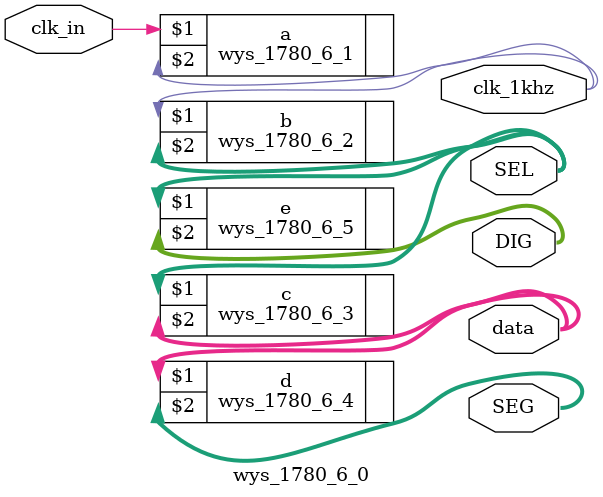
<source format=v>
module wys_1780_6_0(clk_in,clk_1khz,DIG,SEL,data,SEG);
input clk_in;//系统信号
output clk_1khz;
output [1:0] SEL;
output [3:0] data;//存储后三位学号
output [7:0] DIG;//位选信号
output [6:0] SEG;//段选，哪一个数码管显示 SEG0-3
wys_1780_6_1 a(clk_in,clk_1khz);
wys_1780_6_2 b(clk_1khz,SEL);//计数器
wys_1780_6_3 c(SEL,data);
wys_1780_6_5 e(SEL,DIG);
wys_1780_6_4 d(data,SEG);

endmodule

</source>
